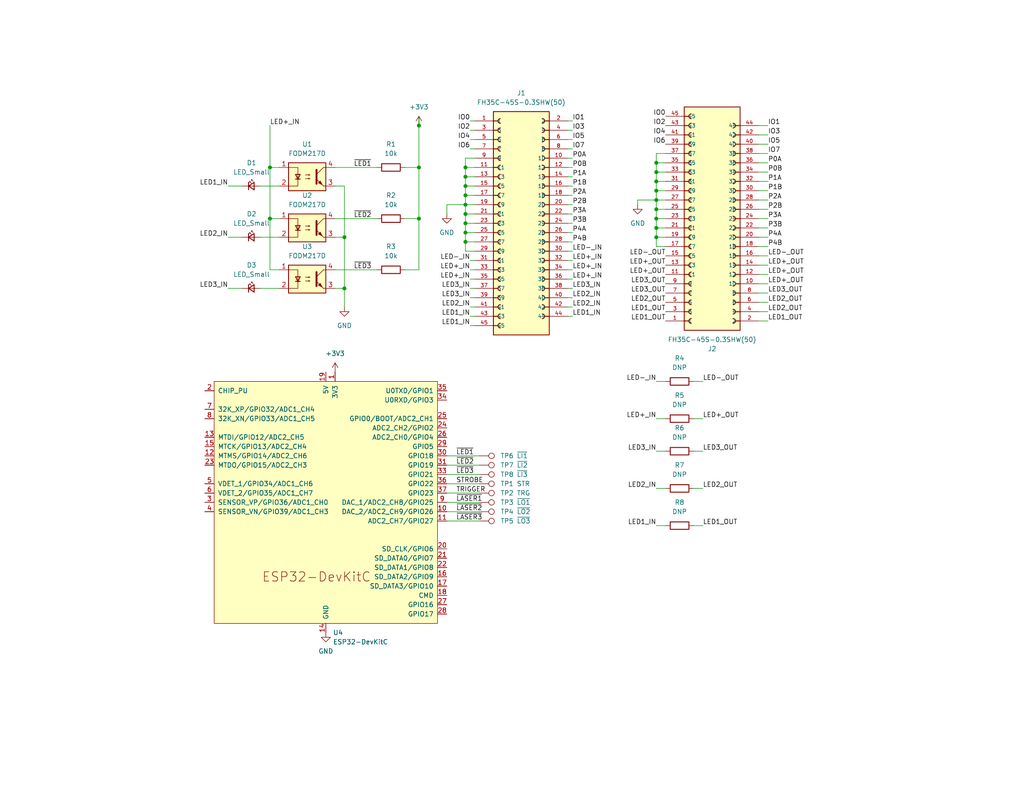
<source format=kicad_sch>
(kicad_sch (version 20230121) (generator eeschema)
  (paper "USLetter")
  (lib_symbols
    (symbol "Connector:TestPoint" (pin_numbers hide) (pin_names (offset 0.762) hide)
      (property "Reference" "TP" (at 0 6.858 0))
      (property "Value" "TestPoint" (at 0 5.08 0))
      (symbol "TestPoint_0_1"
        (circle (center 0 3.302) (radius 0.762))
      )
      (symbol "TestPoint_1_1"
        (pin passive line (at 0 0 90) (length 2.54) (name "1") (number "1"))
      )
    )
    (symbol "Device:LED_Small" (pin_numbers hide) (pin_names (offset 0.254) hide)
      (property "Reference" "D" (at -1.27 3.175 0))
      (property "Value" "LED_Small" (at -4.445 -2.54 0))
      (symbol "LED_Small_0_1"
        (polyline (pts (xy -0.762 -1.016) (xy -0.762 1.016)) (stroke (width 0.254)))
        (polyline (pts (xy 1.016 0) (xy -0.762 0)))
        (polyline (pts (xy 0.762 -1.016) (xy -0.762 0) (xy 0.762 1.016) (xy 0.762 -1.016)) (stroke (width 0.254)))
        (polyline (pts (xy 0 0.762) (xy -0.508 1.27) (xy -0.254 1.27) (xy -0.508 1.27) (xy -0.508 1.016)))
        (polyline (pts (xy 0.508 1.27) (xy 0 1.778) (xy 0.254 1.778) (xy 0 1.778) (xy 0 1.524)))
      )
      (symbol "LED_Small_1_1"
        (pin passive line (at -2.54 0 0) (length 1.778) (name "K") (number "1"))
        (pin passive line (at 2.54 0 180) (length 1.778) (name "A") (number "2"))
      )
    )
    (symbol "Device:R" (pin_numbers hide) (pin_names (offset 0))
      (property "Reference" "R" (at 2.032 0 90))
      (property "Value" "R" (at 0 0 90))
      (symbol "R_0_1"
        (rectangle (start -1.016 -2.54) (end 1.016 2.54) (stroke (width 0.254)))
      )
      (symbol "R_1_1"
        (pin passive line (at 0 3.81 270) (length 1.27) (name "~") (number "1"))
        (pin passive line (at 0 -3.81 90) (length 1.27) (name "~") (number "2"))
      )
    )
    (symbol "Espressif:ESP32-DevKitC" (pin_names (offset 1.016))
      (property "Reference" "U" (at -30.48 38.1 0))
      (property "Value" "ESP32-DevKitC" (at -30.48 35.56 0))
      (symbol "ESP32-DevKitC_0_0"
        (text "ESP32-DevKitC" (at -2.54 -20.32 0) (effects (font (size 2.54 2.54))))
        (pin power_in line (at 0 -35.56 90) (length 2.54) (name "GND") (number "14"))
        (pin power_in line (at 0 35.56 270) (length 2.54) (name "5V") (number "19"))
      )
      (symbol "ESP32-DevKitC_0_1"
        (rectangle (start -30.48 33.02) (end 30.48 -33.02) (fill (type background)))
      )
      (symbol "ESP32-DevKitC_1_1"
        (pin power_in line (at 2.54 35.56 270) (length 2.54) (name "3V3") (number "1"))
        (pin bidirectional line (at 33.02 -2.54 180) (length 2.54) (name "DAC_2/ADC2_CH9/GPIO26") (number "10"))
        (pin bidirectional line (at 33.02 -5.08 180) (length 2.54) (name "ADC2_CH7/GPIO27") (number "11"))
        (pin bidirectional line (at -33.02 12.7 0) (length 2.54) (name "MTMS/GPIO14/ADC2_CH6") (number "12"))
        (pin bidirectional line (at -33.02 17.78 0) (length 2.54) (name "MTDI/GPIO12/ADC2_CH5") (number "13"))
        (pin bidirectional line (at -33.02 15.24 0) (length 2.54) (name "MTCK/GPIO13/ADC2_CH4") (number "15"))
        (pin bidirectional line (at 33.02 -20.32 180) (length 2.54) (name "SD_DATA2/GPIO9") (number "16"))
        (pin bidirectional line (at 33.02 -22.86 180) (length 2.54) (name "SD_DATA3/GPIO10") (number "17"))
        (pin bidirectional line (at 33.02 -25.4 180) (length 2.54) (name "CMD") (number "18"))
        (pin input line (at -33.02 30.48 0) (length 2.54) (name "CHIP_PU") (number "2"))
        (pin bidirectional line (at 33.02 -12.7 180) (length 2.54) (name "SD_CLK/GPIO6") (number "20"))
        (pin bidirectional line (at 33.02 -15.24 180) (length 2.54) (name "SD_DATA0/GPIO7") (number "21"))
        (pin bidirectional line (at 33.02 -17.78 180) (length 2.54) (name "SD_DATA1/GPIO8") (number "22"))
        (pin bidirectional line (at -33.02 10.16 0) (length 2.54) (name "MTDO/GPIO15/ADC2_CH3") (number "23"))
        (pin bidirectional line (at 33.02 20.32 180) (length 2.54) (name "ADC2_CH2/GPIO2") (number "24"))
        (pin bidirectional line (at 33.02 22.86 180) (length 2.54) (name "GPIO0/BOOT/ADC2_CH1") (number "25"))
        (pin bidirectional line (at 33.02 17.78 180) (length 2.54) (name "ADC2_CH0/GPIO4") (number "26"))
        (pin bidirectional line (at 33.02 -27.94 180) (length 2.54) (name "GPIO16") (number "27"))
        (pin bidirectional line (at 33.02 -30.48 180) (length 2.54) (name "GPIO17") (number "28"))
        (pin bidirectional line (at 33.02 15.24 180) (length 2.54) (name "GPIO5") (number "29"))
        (pin input line (at -33.02 0 0) (length 2.54) (name "SENSOR_VP/GPIO36/ADC1_CH0") (number "3"))
        (pin bidirectional line (at 33.02 12.7 180) (length 2.54) (name "GPIO18") (number "30"))
        (pin bidirectional line (at 33.02 10.16 180) (length 2.54) (name "GPIO19") (number "31"))
        (pin passive line (at 0 -35.56 90) (length 2.54) hide (name "GND") (number "32"))
        (pin bidirectional line (at 33.02 7.62 180) (length 2.54) (name "GPIO21") (number "33"))
        (pin bidirectional line (at 33.02 27.94 180) (length 2.54) (name "U0RXD/GPIO3") (number "34"))
        (pin bidirectional line (at 33.02 30.48 180) (length 2.54) (name "U0TXD/GPIO1") (number "35"))
        (pin bidirectional line (at 33.02 5.08 180) (length 2.54) (name "GPIO22") (number "36"))
        (pin bidirectional line (at 33.02 2.54 180) (length 2.54) (name "GPIO23") (number "37"))
        (pin passive line (at 0 -35.56 90) (length 2.54) hide (name "GND") (number "38"))
        (pin input line (at -33.02 -2.54 0) (length 2.54) (name "SENSOR_VN/GPIO39/ADC1_CH3") (number "4"))
        (pin input line (at -33.02 5.08 0) (length 2.54) (name "VDET_1/GPIO34/ADC1_CH6") (number "5"))
        (pin input line (at -33.02 2.54 0) (length 2.54) (name "VDET_2/GPIO35/ADC1_CH7") (number "6"))
        (pin bidirectional line (at -33.02 25.4 0) (length 2.54) (name "32K_XP/GPIO32/ADC1_CH4") (number "7"))
        (pin bidirectional line (at -33.02 22.86 0) (length 2.54) (name "32K_XN/GPIO33/ADC1_CH5") (number "8"))
        (pin bidirectional line (at 33.02 0 180) (length 2.54) (name "DAC_1/ADC2_CH8/GPIO25") (number "9"))
      )
    )
    (symbol "FH35C-45S-0.3SHW_50_:FH35C-45S-0.3SHW(50)" (pin_names (offset 1.016))
      (property "Reference" "J" (at -7.62 31.75 0))
      (property "Value" "FH35C-45S-0.3SHW(50)" (at -7.62 -33.02 0))
      (symbol "FH35C-45S-0.3SHW(50)_0_0"
        (rectangle (start -7.62 -30.48) (end 7.62 30.48) (stroke (width 0.254)) (fill (type background)))
        (arc (start -5.715 -27.305) (mid -6.3473 -27.94) (end -5.715 -28.575) (stroke (width 0.254)))
        (arc (start -5.715 -24.765) (mid -6.3473 -25.4) (end -5.715 -26.035) (stroke (width 0.254)))
        (arc (start -5.715 -22.225) (mid -6.3473 -22.86) (end -5.715 -23.495) (stroke (width 0.254)))
        (arc (start -5.715 -19.685) (mid -6.3473 -20.32) (end -5.715 -20.955) (stroke (width 0.254)))
        (arc (start -5.715 -17.145) (mid -6.3473 -17.78) (end -5.715 -18.415) (stroke (width 0.254)))
        (arc (start -5.715 -14.605) (mid -6.3473 -15.24) (end -5.715 -15.875) (stroke (width 0.254)))
        (arc (start -5.715 -12.065) (mid -6.3473 -12.7) (end -5.715 -13.335) (stroke (width 0.254)))
        (arc (start -5.715 -9.525) (mid -6.3473 -10.16) (end -5.715 -10.795) (stroke (width 0.254)))
        (arc (start -5.715 -6.985) (mid -6.3473 -7.62) (end -5.715 -8.255) (stroke (width 0.254)))
        (arc (start -5.715 -4.445) (mid -6.3473 -5.08) (end -5.715 -5.715) (stroke (width 0.254)))
        (arc (start -5.715 -1.905) (mid -6.3473 -2.54) (end -5.715 -3.175) (stroke (width 0.254)))
        (arc (start -5.715 0.635) (mid -6.3473 0) (end -5.715 -0.635) (stroke (width 0.254)))
        (arc (start -5.715 3.175) (mid -6.3473 2.54) (end -5.715 1.905) (stroke (width 0.254)))
        (arc (start -5.715 5.715) (mid -6.3473 5.08) (end -5.715 4.445) (stroke (width 0.254)))
        (arc (start -5.715 8.255) (mid -6.3473 7.62) (end -5.715 6.985) (stroke (width 0.254)))
        (arc (start -5.715 10.795) (mid -6.3473 10.16) (end -5.715 9.525) (stroke (width 0.254)))
        (arc (start -5.715 13.335) (mid -6.3473 12.7) (end -5.715 12.065) (stroke (width 0.254)))
        (arc (start -5.715 15.875) (mid -6.3473 15.24) (end -5.715 14.605) (stroke (width 0.254)))
        (arc (start -5.715 18.415) (mid -6.3473 17.78) (end -5.715 17.145) (stroke (width 0.254)))
        (arc (start -5.715 20.955) (mid -6.3473 20.32) (end -5.715 19.685) (stroke (width 0.254)))
        (arc (start -5.715 23.495) (mid -6.3473 22.86) (end -5.715 22.225) (stroke (width 0.254)))
        (arc (start -5.715 26.035) (mid -6.3473 25.4) (end -5.715 24.765) (stroke (width 0.254)))
        (arc (start -5.715 28.575) (mid -6.3473 27.94) (end -5.715 27.305) (stroke (width 0.254)))
        (polyline (pts (xy -7.62 -27.94) (xy -6.35 -27.94)) (stroke (width 0.254)))
        (polyline (pts (xy -7.62 -25.4) (xy -6.35 -25.4)) (stroke (width 0.254)))
        (polyline (pts (xy -7.62 -22.86) (xy -6.35 -22.86)) (stroke (width 0.254)))
        (polyline (pts (xy -7.62 -20.32) (xy -6.35 -20.32)) (stroke (width 0.254)))
        (polyline (pts (xy -7.62 -17.78) (xy -6.35 -17.78)) (stroke (width 0.254)))
        (polyline (pts (xy -7.62 -15.24) (xy -6.35 -15.24)) (stroke (width 0.254)))
        (polyline (pts (xy -7.62 -12.7) (xy -6.35 -12.7)) (stroke (width 0.254)))
        (polyline (pts (xy -7.62 -10.16) (xy -6.35 -10.16)) (stroke (width 0.254)))
        (polyline (pts (xy -7.62 -7.62) (xy -6.35 -7.62)) (stroke (width 0.254)))
        (polyline (pts (xy -7.62 -5.08) (xy -6.35 -5.08)) (stroke (width 0.254)))
        (polyline (pts (xy -7.62 -2.54) (xy -6.35 -2.54)) (stroke (width 0.254)))
        (polyline (pts (xy -7.62 0) (xy -6.35 0)) (stroke (width 0.254)))
        (polyline (pts (xy -7.62 2.54) (xy -6.35 2.54)) (stroke (width 0.254)))
        (polyline (pts (xy -7.62 5.08) (xy -6.35 5.08)) (stroke (width 0.254)))
        (polyline (pts (xy -7.62 7.62) (xy -6.35 7.62)) (stroke (width 0.254)))
        (polyline (pts (xy -7.62 10.16) (xy -6.35 10.16)) (stroke (width 0.254)))
        (polyline (pts (xy -7.62 12.7) (xy -6.35 12.7)) (stroke (width 0.254)))
        (polyline (pts (xy -7.62 15.24) (xy -6.35 15.24)) (stroke (width 0.254)))
        (polyline (pts (xy -7.62 17.78) (xy -6.35 17.78)) (stroke (width 0.254)))
        (polyline (pts (xy -7.62 20.32) (xy -6.35 20.32)) (stroke (width 0.254)))
        (polyline (pts (xy -7.62 22.86) (xy -6.35 22.86)) (stroke (width 0.254)))
        (polyline (pts (xy -7.62 25.4) (xy -6.35 25.4)) (stroke (width 0.254)))
        (polyline (pts (xy -7.62 27.94) (xy -6.35 27.94)) (stroke (width 0.254)))
        (polyline (pts (xy 7.62 -25.4) (xy 6.35 -25.4)) (stroke (width 0.254)))
        (polyline (pts (xy 7.62 -22.86) (xy 6.35 -22.86)) (stroke (width 0.254)))
        (polyline (pts (xy 7.62 -20.32) (xy 6.35 -20.32)) (stroke (width 0.254)))
        (polyline (pts (xy 7.62 -17.78) (xy 6.35 -17.78)) (stroke (width 0.254)))
        (polyline (pts (xy 7.62 -15.24) (xy 6.35 -15.24)) (stroke (width 0.254)))
        (polyline (pts (xy 7.62 -12.7) (xy 6.35 -12.7)) (stroke (width 0.254)))
        (polyline (pts (xy 7.62 -10.16) (xy 6.35 -10.16)) (stroke (width 0.254)))
        (polyline (pts (xy 7.62 -7.62) (xy 6.35 -7.62)) (stroke (width 0.254)))
        (polyline (pts (xy 7.62 -5.08) (xy 6.35 -5.08)) (stroke (width 0.254)))
        (polyline (pts (xy 7.62 -2.54) (xy 6.35 -2.54)) (stroke (width 0.254)))
        (polyline (pts (xy 7.62 0) (xy 6.35 0)) (stroke (width 0.254)))
        (polyline (pts (xy 7.62 2.54) (xy 6.35 2.54)) (stroke (width 0.254)))
        (polyline (pts (xy 7.62 5.08) (xy 6.35 5.08)) (stroke (width 0.254)))
        (polyline (pts (xy 7.62 7.62) (xy 6.35 7.62)) (stroke (width 0.254)))
        (polyline (pts (xy 7.62 10.16) (xy 6.35 10.16)) (stroke (width 0.254)))
        (polyline (pts (xy 7.62 12.7) (xy 6.35 12.7)) (stroke (width 0.254)))
        (polyline (pts (xy 7.62 15.24) (xy 6.35 15.24)) (stroke (width 0.254)))
        (polyline (pts (xy 7.62 17.78) (xy 6.35 17.78)) (stroke (width 0.254)))
        (polyline (pts (xy 7.62 20.32) (xy 6.35 20.32)) (stroke (width 0.254)))
        (polyline (pts (xy 7.62 22.86) (xy 6.35 22.86)) (stroke (width 0.254)))
        (polyline (pts (xy 7.62 25.4) (xy 6.35 25.4)) (stroke (width 0.254)))
        (polyline (pts (xy 7.62 27.94) (xy 6.35 27.94)) (stroke (width 0.254)))
        (arc (start 5.715 -26.035) (mid 6.3473 -25.4) (end 5.715 -24.765) (stroke (width 0.254)))
        (arc (start 5.715 -23.495) (mid 6.3473 -22.86) (end 5.715 -22.225) (stroke (width 0.254)))
        (arc (start 5.715 -20.955) (mid 6.3473 -20.32) (end 5.715 -19.685) (stroke (width 0.254)))
        (arc (start 5.715 -18.415) (mid 6.3473 -17.78) (end 5.715 -17.145) (stroke (width 0.254)))
        (arc (start 5.715 -15.875) (mid 6.3473 -15.24) (end 5.715 -14.605) (stroke (width 0.254)))
        (arc (start 5.715 -13.335) (mid 6.3473 -12.7) (end 5.715 -12.065) (stroke (width 0.254)))
        (arc (start 5.715 -10.795) (mid 6.3473 -10.16) (end 5.715 -9.525) (stroke (width 0.254)))
        (arc (start 5.715 -8.255) (mid 6.3473 -7.62) (end 5.715 -6.985) (stroke (width 0.254)))
        (arc (start 5.715 -5.715) (mid 6.3473 -5.08) (end 5.715 -4.445) (stroke (width 0.254)))
        (arc (start 5.715 -3.175) (mid 6.3473 -2.54) (end 5.715 -1.905) (stroke (width 0.254)))
        (arc (start 5.715 -0.635) (mid 6.3473 0) (end 5.715 0.635) (stroke (width 0.254)))
        (arc (start 5.715 1.905) (mid 6.3473 2.54) (end 5.715 3.175) (stroke (width 0.254)))
        (arc (start 5.715 4.445) (mid 6.3473 5.08) (end 5.715 5.715) (stroke (width 0.254)))
        (arc (start 5.715 6.985) (mid 6.3473 7.62) (end 5.715 8.255) (stroke (width 0.254)))
        (arc (start 5.715 9.525) (mid 6.3473 10.16) (end 5.715 10.795) (stroke (width 0.254)))
        (arc (start 5.715 12.065) (mid 6.3473 12.7) (end 5.715 13.335) (stroke (width 0.254)))
        (arc (start 5.715 14.605) (mid 6.3473 15.24) (end 5.715 15.875) (stroke (width 0.254)))
        (arc (start 5.715 17.145) (mid 6.3473 17.78) (end 5.715 18.415) (stroke (width 0.254)))
        (arc (start 5.715 19.685) (mid 6.3473 20.32) (end 5.715 20.955) (stroke (width 0.254)))
        (arc (start 5.715 22.225) (mid 6.3473 22.86) (end 5.715 23.495) (stroke (width 0.254)))
        (arc (start 5.715 24.765) (mid 6.3473 25.4) (end 5.715 26.035) (stroke (width 0.254)))
        (arc (start 5.715 27.305) (mid 6.3473 27.94) (end 5.715 28.575) (stroke (width 0.254)))
        (pin passive line (at -12.7 27.94 0) (length 5.08) (name "1") (number "1"))
        (pin passive line (at 12.7 17.78 180) (length 5.08) (name "10") (number "10"))
        (pin passive line (at -12.7 15.24 0) (length 5.08) (name "11") (number "11"))
        (pin passive line (at 12.7 15.24 180) (length 5.08) (name "12") (number "12"))
        (pin passive line (at -12.7 12.7 0) (length 5.08) (name "13") (number "13"))
        (pin passive line (at 12.7 12.7 180) (length 5.08) (name "14") (number "14"))
        (pin passive line (at -12.7 10.16 0) (length 5.08) (name "15") (number "15"))
        (pin passive line (at 12.7 10.16 180) (length 5.08) (name "16") (number "16"))
        (pin passive line (at -12.7 7.62 0) (length 5.08) (name "17") (number "17"))
        (pin passive line (at 12.7 7.62 180) (length 5.08) (name "18") (number "18"))
        (pin passive line (at -12.7 5.08 0) (length 5.08) (name "19") (number "19"))
        (pin passive line (at 12.7 27.94 180) (length 5.08) (name "2") (number "2"))
        (pin passive line (at 12.7 5.08 180) (length 5.08) (name "20") (number "20"))
        (pin passive line (at -12.7 2.54 0) (length 5.08) (name "21") (number "21"))
        (pin passive line (at 12.7 2.54 180) (length 5.08) (name "22") (number "22"))
        (pin passive line (at -12.7 0 0) (length 5.08) (name "23") (number "23"))
        (pin passive line (at 12.7 0 180) (length 5.08) (name "24") (number "24"))
        (pin passive line (at -12.7 -2.54 0) (length 5.08) (name "25") (number "25"))
        (pin passive line (at 12.7 -2.54 180) (length 5.08) (name "26") (number "26"))
        (pin passive line (at -12.7 -5.08 0) (length 5.08) (name "27") (number "27"))
        (pin passive line (at 12.7 -5.08 180) (length 5.08) (name "28") (number "28"))
        (pin passive line (at -12.7 -7.62 0) (length 5.08) (name "29") (number "29"))
        (pin passive line (at -12.7 25.4 0) (length 5.08) (name "3") (number "3"))
        (pin passive line (at 12.7 -7.62 180) (length 5.08) (name "30") (number "30"))
        (pin passive line (at -12.7 -10.16 0) (length 5.08) (name "31") (number "31"))
        (pin passive line (at 12.7 -10.16 180) (length 5.08) (name "32") (number "32"))
        (pin passive line (at -12.7 -12.7 0) (length 5.08) (name "33") (number "33"))
        (pin passive line (at 12.7 -12.7 180) (length 5.08) (name "34") (number "34"))
        (pin passive line (at -12.7 -15.24 0) (length 5.08) (name "35") (number "35"))
        (pin passive line (at 12.7 -15.24 180) (length 5.08) (name "36") (number "36"))
        (pin passive line (at -12.7 -17.78 0) (length 5.08) (name "37") (number "37"))
        (pin passive line (at 12.7 -17.78 180) (length 5.08) (name "38") (number "38"))
        (pin passive line (at -12.7 -20.32 0) (length 5.08) (name "39") (number "39"))
        (pin passive line (at 12.7 25.4 180) (length 5.08) (name "4") (number "4"))
        (pin passive line (at 12.7 -20.32 180) (length 5.08) (name "40") (number "40"))
        (pin passive line (at -12.7 -22.86 0) (length 5.08) (name "41") (number "41"))
        (pin passive line (at 12.7 -22.86 180) (length 5.08) (name "42") (number "42"))
        (pin passive line (at -12.7 -25.4 0) (length 5.08) (name "43") (number "43"))
        (pin passive line (at 12.7 -25.4 180) (length 5.08) (name "44") (number "44"))
        (pin passive line (at -12.7 -27.94 0) (length 5.08) (name "45") (number "45"))
        (pin passive line (at -12.7 22.86 0) (length 5.08) (name "5") (number "5"))
        (pin passive line (at 12.7 22.86 180) (length 5.08) (name "6") (number "6"))
        (pin passive line (at -12.7 20.32 0) (length 5.08) (name "7") (number "7"))
        (pin passive line (at 12.7 20.32 180) (length 5.08) (name "8") (number "8"))
        (pin passive line (at -12.7 17.78 0) (length 5.08) (name "9") (number "9"))
      )
    )
    (symbol "Isolator:FODM217D"
      (property "Reference" "U" (at -5.08 5.08 0))
      (property "Value" "FODM217D" (at 0 5.08 0))
      (symbol "FODM217D_0_1"
        (rectangle (start -5.08 3.81) (end 5.08 -3.81) (stroke (width 0.254)) (fill (type background)))
        (polyline (pts (xy -3.175 -0.635) (xy -1.905 -0.635)) (stroke (width 0.254)))
        (polyline (pts (xy 2.54 0.635) (xy 4.445 2.54)))
        (polyline (pts (xy 4.445 -2.54) (xy 2.54 -0.635)) (fill (type outline)))
        (polyline (pts (xy 4.445 -2.54) (xy 5.08 -2.54)))
        (polyline (pts (xy 4.445 2.54) (xy 5.08 2.54)))
        (polyline (pts (xy -5.08 2.54) (xy -2.54 2.54) (xy -2.54 -0.635)))
        (polyline (pts (xy -2.54 -0.635) (xy -2.54 -2.54) (xy -5.08 -2.54)))
        (polyline (pts (xy 2.54 1.905) (xy 2.54 -1.905) (xy 2.54 -1.905)) (stroke (width 0.508)))
        (polyline (pts (xy -2.54 -0.635) (xy -3.175 0.635) (xy -1.905 0.635) (xy -2.54 -0.635)) (stroke (width 0.254)))
        (polyline (pts (xy -0.508 -0.508) (xy 0.762 -0.508) (xy 0.381 -0.635) (xy 0.381 -0.381) (xy 0.762 -0.508)))
        (polyline (pts (xy -0.508 0.508) (xy 0.762 0.508) (xy 0.381 0.381) (xy 0.381 0.635) (xy 0.762 0.508)))
        (polyline (pts (xy 3.048 -1.651) (xy 3.556 -1.143) (xy 4.064 -2.159) (xy 3.048 -1.651) (xy 3.048 -1.651)) (fill (type outline)))
      )
      (symbol "FODM217D_1_1"
        (pin passive line (at -7.62 2.54 0) (length 2.54) (name "~") (number "1"))
        (pin passive line (at -7.62 -2.54 0) (length 2.54) (name "~") (number "2"))
        (pin passive line (at 7.62 -2.54 180) (length 2.54) (name "~") (number "3"))
        (pin passive line (at 7.62 2.54 180) (length 2.54) (name "~") (number "4"))
      )
    )
    (symbol "power:+3V3" (power) (pin_names (offset 0))
      (property "Value" "+3V3" (at 0 3.556 0))
      (symbol "+3V3_0_1"
        (polyline (pts (xy -0.762 1.27) (xy 0 2.54)))
        (polyline (pts (xy 0 0) (xy 0 2.54)))
        (polyline (pts (xy 0 2.54) (xy 0.762 1.27)))
      )
      (symbol "+3V3_1_1"
        (pin power_in line (at 0 0 90) (length 0) hide (name "+3V3") (number "1"))
      )
    )
    (symbol "power:GND" (power) (pin_names (offset 0))
      (property "Value" "GND" (at 0 -3.81 0))
      (symbol "GND_0_1"
        (polyline (pts (xy 0 0) (xy 0 -1.27) (xy 1.27 -1.27) (xy 0 -2.54) (xy -1.27 -1.27) (xy 0 -1.27)))
      )
      (symbol "GND_1_1"
        (pin power_in line (at 0 0 270) (length 0) hide (name "GND") (number "1"))
      )
    )
  )
  (junction (at 127 55.88))
  (junction (at 127 48.26))
  (junction (at 127 60.96))
  (junction (at 114.3 34.29))
  (junction (at 73.66 59.69))
  (junction (at 127 58.42))
  (junction (at 127 63.5))
  (junction (at 114.3 59.69))
  (junction (at 127 50.8))
  (junction (at 179.07 62.23))
  (junction (at 127 53.34))
  (junction (at 114.3 45.72))
  (junction (at 179.07 59.69))
  (junction (at 93.98 64.77))
  (junction (at 127 45.72))
  (junction (at 179.07 44.45))
  (junction (at 179.07 46.99))
  (junction (at 179.07 64.77))
  (junction (at 179.07 52.07))
  (junction (at 179.07 57.15))
  (junction (at 179.07 54.61))
  (junction (at 127 66.04))
  (junction (at 179.07 49.53))
  (junction (at 93.98 78.74))
  (junction (at 73.66 45.72))
  (wire (pts (xy 121.92 127) (xy 130.81 127)))
  (wire (pts (xy 179.07 62.23) (xy 179.07 64.77)))
  (wire (pts (xy 73.66 59.69) (xy 76.2 59.69)))
  (wire (pts (xy 156.21 73.66) (xy 154.94 73.66)))
  (wire (pts (xy 156.21 78.74) (xy 154.94 78.74)))
  (wire (pts (xy 128.27 38.1) (xy 129.54 38.1)))
  (wire (pts (xy 209.55 34.29) (xy 207.01 34.29)))
  (wire (pts (xy 128.27 86.36) (xy 129.54 86.36)))
  (wire (pts (xy 179.07 46.99) (xy 181.61 46.99)))
  (wire (pts (xy 189.23 133.35) (xy 191.77 133.35)))
  (wire (pts (xy 209.55 46.99) (xy 207.01 46.99)))
  (wire (pts (xy 179.07 54.61) (xy 179.07 57.15)))
  (wire (pts (xy 179.07 54.61) (xy 181.61 54.61)))
  (wire (pts (xy 156.21 63.5) (xy 154.94 63.5)))
  (wire (pts (xy 156.21 45.72) (xy 154.94 45.72)))
  (wire (pts (xy 156.21 66.04) (xy 154.94 66.04)))
  (wire (pts (xy 156.21 71.12) (xy 154.94 71.12)))
  (wire (pts (xy 179.07 46.99) (xy 179.07 49.53)))
  (wire (pts (xy 127 48.26) (xy 127 50.8)))
  (wire (pts (xy 179.07 57.15) (xy 179.07 59.69)))
  (wire (pts (xy 128.27 83.82) (xy 129.54 83.82)))
  (wire (pts (xy 73.66 45.72) (xy 76.2 45.72)))
  (wire (pts (xy 189.23 143.51) (xy 191.77 143.51)))
  (wire (pts (xy 179.07 52.07) (xy 179.07 54.61)))
  (wire (pts (xy 209.55 59.69) (xy 207.01 59.69)))
  (wire (pts (xy 91.44 45.72) (xy 102.87 45.72)))
  (wire (pts (xy 76.2 73.66) (xy 73.66 73.66)))
  (wire (pts (xy 127 66.04) (xy 129.54 66.04)))
  (wire (pts (xy 179.07 44.45) (xy 179.07 46.99)))
  (wire (pts (xy 209.55 67.31) (xy 207.01 67.31)))
  (wire (pts (xy 209.55 64.77) (xy 207.01 64.77)))
  (wire (pts (xy 179.07 44.45) (xy 181.61 44.45)))
  (wire (pts (xy 156.21 53.34) (xy 154.94 53.34)))
  (wire (pts (xy 127 50.8) (xy 127 53.34)))
  (wire (pts (xy 209.55 41.91) (xy 207.01 41.91)))
  (wire (pts (xy 128.27 73.66) (xy 129.54 73.66)))
  (wire (pts (xy 121.92 124.46) (xy 130.81 124.46)))
  (wire (pts (xy 128.27 88.9) (xy 129.54 88.9)))
  (wire (pts (xy 121.92 55.88) (xy 127 55.88)))
  (wire (pts (xy 91.44 50.8) (xy 93.98 50.8)))
  (wire (pts (xy 114.3 34.29) (xy 114.3 45.72)))
  (wire (pts (xy 179.07 133.35) (xy 181.61 133.35)))
  (wire (pts (xy 179.07 52.07) (xy 181.61 52.07)))
  (wire (pts (xy 179.07 57.15) (xy 181.61 57.15)))
  (wire (pts (xy 209.55 80.01) (xy 207.01 80.01)))
  (wire (pts (xy 121.92 139.7) (xy 130.81 139.7)))
  (wire (pts (xy 209.55 52.07) (xy 207.01 52.07)))
  (wire (pts (xy 91.44 73.66) (xy 102.87 73.66)))
  (wire (pts (xy 127 58.42) (xy 129.54 58.42)))
  (wire (pts (xy 110.49 59.69) (xy 114.3 59.69)))
  (wire (pts (xy 209.55 44.45) (xy 207.01 44.45)))
  (wire (pts (xy 114.3 31.75) (xy 114.3 34.29)))
  (wire (pts (xy 121.92 129.54) (xy 130.81 129.54)))
  (wire (pts (xy 62.23 64.77) (xy 66.04 64.77)))
  (wire (pts (xy 179.07 67.31) (xy 181.61 67.31)))
  (wire (pts (xy 127 50.8) (xy 129.54 50.8)))
  (wire (pts (xy 127 43.18) (xy 127 45.72)))
  (wire (pts (xy 114.3 45.72) (xy 114.3 59.69)))
  (wire (pts (xy 127 68.58) (xy 129.54 68.58)))
  (wire (pts (xy 127 55.88) (xy 129.54 55.88)))
  (wire (pts (xy 209.55 57.15) (xy 207.01 57.15)))
  (wire (pts (xy 127 66.04) (xy 127 68.58)))
  (wire (pts (xy 62.23 50.8) (xy 66.04 50.8)))
  (wire (pts (xy 121.92 132.08) (xy 130.81 132.08)))
  (wire (pts (xy 209.55 62.23) (xy 207.01 62.23)))
  (wire (pts (xy 62.23 78.74) (xy 66.04 78.74)))
  (wire (pts (xy 209.55 49.53) (xy 207.01 49.53)))
  (wire (pts (xy 179.07 59.69) (xy 181.61 59.69)))
  (wire (pts (xy 179.07 59.69) (xy 179.07 62.23)))
  (wire (pts (xy 156.21 58.42) (xy 154.94 58.42)))
  (wire (pts (xy 71.12 78.74) (xy 76.2 78.74)))
  (wire (pts (xy 127 55.88) (xy 127 58.42)))
  (wire (pts (xy 189.23 123.19) (xy 191.77 123.19)))
  (wire (pts (xy 127 53.34) (xy 129.54 53.34)))
  (wire (pts (xy 179.07 143.51) (xy 181.61 143.51)))
  (wire (pts (xy 209.55 77.47) (xy 207.01 77.47)))
  (wire (pts (xy 91.44 64.77) (xy 93.98 64.77)))
  (wire (pts (xy 93.98 78.74) (xy 93.98 83.82)))
  (wire (pts (xy 127 63.5) (xy 127 66.04)))
  (wire (pts (xy 128.27 33.02) (xy 129.54 33.02)))
  (wire (pts (xy 127 43.18) (xy 129.54 43.18)))
  (wire (pts (xy 173.99 54.61) (xy 173.99 55.88)))
  (wire (pts (xy 127 53.34) (xy 127 55.88)))
  (wire (pts (xy 179.07 114.3) (xy 181.61 114.3)))
  (wire (pts (xy 73.66 34.29) (xy 73.66 45.72)))
  (wire (pts (xy 179.07 49.53) (xy 179.07 52.07)))
  (wire (pts (xy 156.21 83.82) (xy 154.94 83.82)))
  (wire (pts (xy 209.55 74.93) (xy 207.01 74.93)))
  (wire (pts (xy 156.21 68.58) (xy 154.94 68.58)))
  (wire (pts (xy 156.21 33.02) (xy 154.94 33.02)))
  (wire (pts (xy 209.55 82.55) (xy 207.01 82.55)))
  (wire (pts (xy 110.49 73.66) (xy 114.3 73.66)))
  (wire (pts (xy 173.99 54.61) (xy 179.07 54.61)))
  (wire (pts (xy 114.3 59.69) (xy 114.3 73.66)))
  (wire (pts (xy 179.07 64.77) (xy 181.61 64.77)))
  (wire (pts (xy 156.21 81.28) (xy 154.94 81.28)))
  (wire (pts (xy 156.21 40.64) (xy 154.94 40.64)))
  (wire (pts (xy 156.21 50.8) (xy 154.94 50.8)))
  (wire (pts (xy 179.07 41.91) (xy 181.61 41.91)))
  (wire (pts (xy 73.66 73.66) (xy 73.66 59.69)))
  (wire (pts (xy 189.23 104.14) (xy 191.77 104.14)))
  (wire (pts (xy 93.98 64.77) (xy 93.98 78.74)))
  (wire (pts (xy 128.27 71.12) (xy 129.54 71.12)))
  (wire (pts (xy 121.92 134.62) (xy 130.81 134.62)))
  (wire (pts (xy 121.92 55.88) (xy 121.92 58.42)))
  (wire (pts (xy 156.21 43.18) (xy 154.94 43.18)))
  (wire (pts (xy 121.92 137.16) (xy 130.81 137.16)))
  (wire (pts (xy 156.21 35.56) (xy 154.94 35.56)))
  (wire (pts (xy 156.21 60.96) (xy 154.94 60.96)))
  (wire (pts (xy 128.27 40.64) (xy 129.54 40.64)))
  (wire (pts (xy 128.27 76.2) (xy 129.54 76.2)))
  (wire (pts (xy 179.07 64.77) (xy 179.07 67.31)))
  (wire (pts (xy 127 60.96) (xy 127 63.5)))
  (wire (pts (xy 156.21 76.2) (xy 154.94 76.2)))
  (wire (pts (xy 179.07 62.23) (xy 181.61 62.23)))
  (wire (pts (xy 91.44 59.69) (xy 102.87 59.69)))
  (wire (pts (xy 156.21 86.36) (xy 154.94 86.36)))
  (wire (pts (xy 179.07 41.91) (xy 179.07 44.45)))
  (wire (pts (xy 110.49 45.72) (xy 114.3 45.72)))
  (wire (pts (xy 209.55 54.61) (xy 207.01 54.61)))
  (wire (pts (xy 127 45.72) (xy 127 48.26)))
  (wire (pts (xy 127 48.26) (xy 129.54 48.26)))
  (wire (pts (xy 128.27 81.28) (xy 129.54 81.28)))
  (wire (pts (xy 128.27 78.74) (xy 129.54 78.74)))
  (wire (pts (xy 189.23 114.3) (xy 191.77 114.3)))
  (wire (pts (xy 209.55 69.85) (xy 207.01 69.85)))
  (wire (pts (xy 156.21 48.26) (xy 154.94 48.26)))
  (wire (pts (xy 128.27 35.56) (xy 129.54 35.56)))
  (wire (pts (xy 71.12 50.8) (xy 76.2 50.8)))
  (wire (pts (xy 73.66 59.69) (xy 73.66 45.72)))
  (wire (pts (xy 179.07 104.14) (xy 181.61 104.14)))
  (wire (pts (xy 127 45.72) (xy 129.54 45.72)))
  (wire (pts (xy 179.07 49.53) (xy 181.61 49.53)))
  (wire (pts (xy 179.07 123.19) (xy 181.61 123.19)))
  (wire (pts (xy 127 60.96) (xy 129.54 60.96)))
  (wire (pts (xy 209.55 39.37) (xy 207.01 39.37)))
  (wire (pts (xy 156.21 55.88) (xy 154.94 55.88)))
  (wire (pts (xy 127 63.5) (xy 129.54 63.5)))
  (wire (pts (xy 71.12 64.77) (xy 76.2 64.77)))
  (wire (pts (xy 209.55 85.09) (xy 207.01 85.09)))
  (wire (pts (xy 93.98 50.8) (xy 93.98 64.77)))
  (wire (pts (xy 121.92 142.24) (xy 130.81 142.24)))
  (wire (pts (xy 209.55 72.39) (xy 207.01 72.39)))
  (wire (pts (xy 91.44 78.74) (xy 93.98 78.74)))
  (wire (pts (xy 209.55 36.83) (xy 207.01 36.83)))
  (wire (pts (xy 209.55 87.63) (xy 207.01 87.63)))
  (wire (pts (xy 127 58.42) (xy 127 60.96)))
  (wire (pts (xy 156.21 38.1) (xy 154.94 38.1)))
  (label "LED-_OUT" (at 181.61 69.85 180))
  (label "IO4" (at 128.27 38.1 180))
  (label "~{LED1}" (at 96.52 45.72 0))
  (label "P1B" (at 209.55 52.07 0))
  (label "IO0" (at 181.61 31.75 180))
  (label "P0A" (at 209.55 44.45 0))
  (label "LED2_OUT" (at 191.77 133.35 0))
  (label "LED3_OUT" (at 181.61 77.47 180))
  (label "IO2" (at 181.61 34.29 180))
  (label "LED1_IN" (at 156.21 86.36 0))
  (label "LED+_IN" (at 73.66 34.29 0))
  (label "P3A" (at 156.21 58.42 0))
  (label "LED+_IN" (at 179.07 114.3 180))
  (label "LED1_IN" (at 128.27 88.9 180))
  (label "P2B" (at 156.21 55.88 0))
  (label "P0B" (at 156.21 45.72 0))
  (label "IO7" (at 209.55 41.91 0))
  (label "LED2_IN" (at 156.21 81.28 0))
  (label "~{LED2}" (at 96.52 59.69 0))
  (label "LED+_IN" (at 128.27 73.66 180))
  (label "LED3_IN" (at 62.23 78.74 180))
  (label "LED+_OUT" (at 209.55 72.39 0))
  (label "LED-_IN" (at 128.27 71.12 180))
  (label "IO2" (at 128.27 35.56 180))
  (label "~{LED3}" (at 96.52 73.66 0))
  (label "IO5" (at 156.21 38.1 0))
  (label "LED-_OUT" (at 191.77 104.14 0))
  (label "IO6" (at 128.27 40.64 180))
  (label "LED3_OUT" (at 209.55 80.01 0))
  (label "~{LASER2}" (at 124.46 139.7 0))
  (label "LED2_IN" (at 179.07 133.35 180))
  (label "P2B" (at 209.55 57.15 0))
  (label "LED2_IN" (at 128.27 83.82 180))
  (label "P4A" (at 209.55 64.77 0))
  (label "LED1_IN" (at 128.27 86.36 180))
  (label "LED1_IN" (at 62.23 50.8 180))
  (label "LED-_IN" (at 156.21 68.58 0))
  (label "LED+_OUT" (at 181.61 72.39 180))
  (label "TRIGGER" (at 124.46 134.62 0))
  (label "LED+_OUT" (at 191.77 114.3 0))
  (label "~{LASER3}" (at 124.46 142.24 0))
  (label "P3B" (at 209.55 62.23 0))
  (label "IO0" (at 128.27 33.02 180))
  (label "IO1" (at 209.55 34.29 0))
  (label "IO3" (at 156.21 35.56 0))
  (label "P2A" (at 156.21 53.34 0))
  (label "LED1_IN" (at 179.07 143.51 180))
  (label "~{LED2}" (at 124.46 127 0))
  (label "LED3_OUT" (at 191.77 123.19 0))
  (label "LED+_OUT" (at 209.55 77.47 0))
  (label "P1B" (at 156.21 50.8 0))
  (label "LED3_OUT" (at 181.61 80.01 180))
  (label "LED2_OUT" (at 209.55 82.55 0))
  (label "P0A" (at 156.21 43.18 0))
  (label "IO4" (at 181.61 36.83 180))
  (label "LED3_IN" (at 156.21 78.74 0))
  (label "P0B" (at 209.55 46.99 0))
  (label "IO5" (at 209.55 39.37 0))
  (label "~{LED1}" (at 124.46 124.46 0))
  (label "STROBE" (at 124.46 132.08 0))
  (label "IO6" (at 181.61 39.37 180))
  (label "LED1_OUT" (at 181.61 87.63 180))
  (label "P4B" (at 156.21 66.04 0))
  (label "LED+_OUT" (at 181.61 74.93 180))
  (label "LED3_IN" (at 128.27 78.74 180))
  (label "LED+_IN" (at 156.21 71.12 0))
  (label "LED3_IN" (at 128.27 81.28 180))
  (label "LED+_OUT" (at 209.55 74.93 0))
  (label "LED-_OUT" (at 209.55 69.85 0))
  (label "IO3" (at 209.55 36.83 0))
  (label "LED+_IN" (at 128.27 76.2 180))
  (label "LED+_IN" (at 156.21 76.2 0))
  (label "LED2_IN" (at 156.21 83.82 0))
  (label "P4A" (at 156.21 63.5 0))
  (label "LED1_OUT" (at 181.61 85.09 180))
  (label "P3A" (at 209.55 59.69 0))
  (label "LED2_IN" (at 62.23 64.77 180))
  (label "IO1" (at 156.21 33.02 0))
  (label "LED1_OUT" (at 209.55 87.63 0))
  (label "LED+_IN" (at 156.21 73.66 0))
  (label "LED1_OUT" (at 191.77 143.51 0))
  (label "LED-_IN" (at 179.07 104.14 180))
  (label "LED2_OUT" (at 181.61 82.55 180))
  (label "P4B" (at 209.55 67.31 0))
  (label "LED2_OUT" (at 209.55 85.09 0))
  (label "IO7" (at 156.21 40.64 0))
  (label "P3B" (at 156.21 60.96 0))
  (label "~{LASER1}" (at 124.46 137.16 0))
  (label "~{LED3}" (at 124.46 129.54 0))
  (label "LED3_IN" (at 179.07 123.19 180))
  (label "P2A" (at 209.55 54.61 0))
  (label "P1A" (at 156.21 48.26 0))
  (label "P1A" (at 209.55 49.53 0))
  (symbol (lib_id "Isolator:FODM217D") (at 83.82 48.26 0) (unit 1)
    (property "Reference" "U1" (at 83.82 39.37 0))
    (property "Value" "FODM217D" (at 83.82 41.91 0))
    (property "Footprint" "Package_SO:SOP-4_4.4x2.6mm_P1.27mm" (effects hide))
    (property "Datasheet" "https://www.onsemi.com/pub/Collateral/FODM214-D.PDF" (effects hide))
  )
  (symbol (lib_id "FH35C-45S-0.3SHW_50_:FH35C-45S-0.3SHW(50)") (at 142.24 60.96 0) (unit 1)
    (property "Reference" "J1" (at 142.24 25.4 0))
    (property "Value" "FH35C-45S-0.3SHW(50)" (at 142.24 27.94 0))
    (property "Footprint" "FH35C-45S-0.3SHW_50_:HRS_FH35C-45S-0.3SHW(50)" (effects hide))
    (property "PARTREV" "14.12.17" (effects hide))
    (property "STANDARD" "Manufacturer Recommendations" (effects hide))
    (property "MAXIMUM_PACKAGE_HEIGHT" "1.8 mm" (effects hide))
    (property "MANUFACTURER" "Hirose" (effects hide))
  )
  (symbol (lib_id "Device:R") (at 106.68 59.69 90) (unit 1)
    (property "Reference" "R2" (at 106.68 53.34 90))
    (property "Value" "10k" (at 106.68 55.88 90))
    (property "Footprint" "Resistor_SMD:R_0603_1608Metric" (effects hide))
  )
  (symbol (lib_id "Connector:TestPoint") (at 130.81 137.16 270) (unit 1)
    (property "Reference" "TP3" (at 136.525 137.16 90) (effects (justify left)))
    (property "Value" "~{LO1}" (at 140.97 137.16 90) (effects (justify left)))
    (property "Footprint" "TestPoint:TestPoint_THTPad_D1.5mm_Drill0.7mm" (effects hide))
  )
  (symbol (lib_id "power:GND") (at 121.92 58.42 0) (unit 1)
    (property "Reference" "#PWR05" (effects hide))
    (property "Value" "GND" (at 121.92 63.5 0))
  )
  (symbol (lib_id "Connector:TestPoint") (at 130.81 139.7 270) (unit 1)
    (property "Reference" "TP4" (at 136.525 139.7 90) (effects (justify left)))
    (property "Value" "~{LO2}" (at 140.97 139.7 90) (effects (justify left)))
    (property "Footprint" "TestPoint:TestPoint_THTPad_D1.5mm_Drill0.7mm" (effects hide))
  )
  (symbol (lib_id "Connector:TestPoint") (at 130.81 134.62 270) (unit 1)
    (property "Reference" "TP2" (at 136.525 134.62 90) (effects (justify left)))
    (property "Value" "TRG" (at 140.97 134.62 90) (effects (justify left)))
    (property "Footprint" "TestPoint:TestPoint_THTPad_D1.5mm_Drill0.7mm" (effects hide))
  )
  (symbol (lib_id "power:GND") (at 173.99 55.88 0) (unit 1)
    (property "Reference" "#PWR06" (effects hide))
    (property "Value" "GND" (at 173.99 60.96 0))
  )
  (symbol (lib_id "FH35C-45S-0.3SHW_50_:FH35C-45S-0.3SHW(50)") (at 194.31 59.69 0) (mirror x) (unit 1)
    (property "Reference" "J2" (at 194.31 95.25 0))
    (property "Value" "FH35C-45S-0.3SHW(50)" (at 194.31 92.71 0))
    (property "Footprint" "FH35C-45S-0.3SHW_50_:HRS_FH35C-45S-0.3SHW(50)" (effects hide))
    (property "PARTREV" "14.12.17" (effects hide))
    (property "STANDARD" "Manufacturer Recommendations" (effects hide))
    (property "MAXIMUM_PACKAGE_HEIGHT" "1.8 mm" (effects hide))
    (property "MANUFACTURER" "Hirose" (effects hide))
  )
  (symbol (lib_id "Device:R") (at 106.68 45.72 90) (unit 1)
    (property "Reference" "R1" (at 106.68 39.37 90))
    (property "Value" "10k" (at 106.68 41.91 90))
    (property "Footprint" "Resistor_SMD:R_0603_1608Metric" (effects hide))
  )
  (symbol (lib_id "Connector:TestPoint") (at 130.81 129.54 270) (mirror x) (unit 1)
    (property "Reference" "TP8" (at 136.525 129.54 90) (effects (justify left)))
    (property "Value" "~{LI3}" (at 140.97 129.54 90) (effects (justify left)))
    (property "Footprint" "TestPoint:TestPoint_THTPad_D1.5mm_Drill0.7mm" (effects hide))
  )
  (symbol (lib_id "Connector:TestPoint") (at 130.81 127 270) (mirror x) (unit 1)
    (property "Reference" "TP7" (at 136.525 127 90) (effects (justify left)))
    (property "Value" "~{LI2}" (at 140.97 127 90) (effects (justify left)))
    (property "Footprint" "TestPoint:TestPoint_THTPad_D1.5mm_Drill0.7mm" (effects hide))
  )
  (symbol (lib_id "power:+3V3") (at 91.44 101.6 0) (unit 1)
    (property "Reference" "#PWR02" (effects hide))
    (property "Value" "+3V3" (at 91.44 96.52 0))
  )
  (symbol (lib_id "Device:LED_Small") (at 68.58 64.77 0) (unit 1)
    (property "Reference" "D2" (at 68.6435 58.42 0))
    (property "Value" "LED_Small" (at 68.6435 60.96 0))
    (property "Footprint" "LED_SMD:LED_0603_1608Metric_Pad1.05x0.95mm_HandSolder" (effects hide))
  )
  (symbol (lib_id "Isolator:FODM217D") (at 83.82 76.2 0) (unit 1)
    (property "Reference" "U3" (at 83.82 67.31 0))
    (property "Value" "FODM217D" (at 83.82 69.85 0))
    (property "Footprint" "Package_SO:SOP-4_4.4x2.6mm_P1.27mm" (effects hide))
    (property "Datasheet" "https://www.onsemi.com/pub/Collateral/FODM214-D.PDF" (effects hide))
  )
  (symbol (lib_id "Connector:TestPoint") (at 130.81 142.24 270) (unit 1)
    (property "Reference" "TP5" (at 136.525 142.24 90) (effects (justify left)))
    (property "Value" "~{LO3}" (at 140.97 142.24 90) (effects (justify left)))
    (property "Footprint" "TestPoint:TestPoint_THTPad_D1.5mm_Drill0.7mm" (effects hide))
  )
  (symbol (lib_id "Device:LED_Small") (at 68.58 50.8 0) (unit 1)
    (property "Reference" "D1" (at 68.6435 44.45 0))
    (property "Value" "LED_Small" (at 68.6435 46.99 0))
    (property "Footprint" "LED_SMD:LED_0603_1608Metric_Pad1.05x0.95mm_HandSolder" (effects hide))
  )
  (symbol (lib_id "Device:R") (at 185.42 104.14 90) (unit 1)
    (property "Reference" "R4" (at 185.42 97.79 90))
    (property "Value" "DNP" (at 185.42 100.33 90))
    (property "Footprint" "Resistor_SMD:R_0603_1608Metric" (effects hide))
  )
  (symbol (lib_id "Device:LED_Small") (at 68.58 78.74 0) (unit 1)
    (property "Reference" "D3" (at 68.6435 72.39 0))
    (property "Value" "LED_Small" (at 68.6435 74.93 0))
    (property "Footprint" "LED_SMD:LED_0603_1608Metric_Pad1.05x0.95mm_HandSolder" (effects hide))
  )
  (symbol (lib_id "Connector:TestPoint") (at 130.81 124.46 270) (mirror x) (unit 1)
    (property "Reference" "TP6" (at 136.525 124.46 90) (effects (justify left)))
    (property "Value" "~{LI1}" (at 140.97 124.46 90) (effects (justify left)))
    (property "Footprint" "TestPoint:TestPoint_THTPad_D1.5mm_Drill0.7mm" (effects hide))
  )
  (symbol (lib_id "Isolator:FODM217D") (at 83.82 62.23 0) (unit 1)
    (property "Reference" "U2" (at 83.82 53.34 0))
    (property "Value" "FODM217D" (at 83.82 55.88 0))
    (property "Footprint" "Package_SO:SOP-4_4.4x2.6mm_P1.27mm" (effects hide))
    (property "Datasheet" "https://www.onsemi.com/pub/Collateral/FODM214-D.PDF" (effects hide))
  )
  (symbol (lib_id "Device:R") (at 106.68 73.66 90) (unit 1)
    (property "Reference" "R3" (at 106.68 67.31 90))
    (property "Value" "10k" (at 106.68 69.85 90))
    (property "Footprint" "Resistor_SMD:R_0603_1608Metric" (effects hide))
  )
  (symbol (lib_id "Device:R") (at 185.42 143.51 90) (unit 1)
    (property "Reference" "R8" (at 185.42 137.16 90))
    (property "Value" "DNP" (at 185.42 139.7 90))
    (property "Footprint" "Resistor_SMD:R_0603_1608Metric" (effects hide))
  )
  (symbol (lib_id "Espressif:ESP32-DevKitC") (at 88.9 137.16 0) (unit 1)
    (property "Reference" "U4" (at 90.8559 172.72 0) (effects (justify left)))
    (property "Value" "ESP32-DevKitC" (at 90.8559 175.26 0) (effects (justify left)))
    (property "Footprint" "PCM_Espressif:ESP32-DevKitC" (effects hide))
    (property "Datasheet" "https://docs.espressif.com/projects/esp-idf/zh_CN/latest/esp32/hw-reference/esp32/get-started-devkitc.html" (effects hide))
  )
  (symbol (lib_id "power:GND") (at 88.9 172.72 0) (unit 1)
    (property "Reference" "#PWR01" (effects hide))
    (property "Value" "GND" (at 88.9 177.8 0))
  )
  (symbol (lib_id "Device:R") (at 185.42 114.3 90) (unit 1)
    (property "Reference" "R5" (at 185.42 107.95 90))
    (property "Value" "DNP" (at 185.42 110.49 90))
    (property "Footprint" "Resistor_SMD:R_0603_1608Metric" (effects hide))
  )
  (symbol (lib_id "Device:R") (at 185.42 133.35 90) (unit 1)
    (property "Reference" "R7" (at 185.42 127 90))
    (property "Value" "DNP" (at 185.42 129.54 90))
    (property "Footprint" "Resistor_SMD:R_0603_1608Metric" (effects hide))
  )
  (symbol (lib_id "power:GND") (at 93.98 83.82 0) (unit 1)
    (property "Reference" "#PWR03" (effects hide))
    (property "Value" "GND" (at 93.98 88.9 0))
  )
  (symbol (lib_id "Device:R") (at 185.42 123.19 90) (unit 1)
    (property "Reference" "R6" (at 185.42 116.84 90))
    (property "Value" "DNP" (at 185.42 119.38 90))
    (property "Footprint" "Resistor_SMD:R_0603_1608Metric" (effects hide))
  )
  (symbol (lib_id "Connector:TestPoint") (at 130.81 132.08 270) (unit 1)
    (property "Reference" "TP1" (at 136.525 132.08 90) (effects (justify left)))
    (property "Value" "STR" (at 140.97 132.08 90) (effects (justify left)))
    (property "Footprint" "TestPoint:TestPoint_THTPad_D1.5mm_Drill0.7mm" (effects hide))
  )
  (symbol (lib_id "power:+3V3") (at 114.3 34.29 0) (unit 1)
    (property "Reference" "#PWR04" (effects hide))
    (property "Value" "+3V3" (at 114.3 29.21 0))
  )
)
</source>
